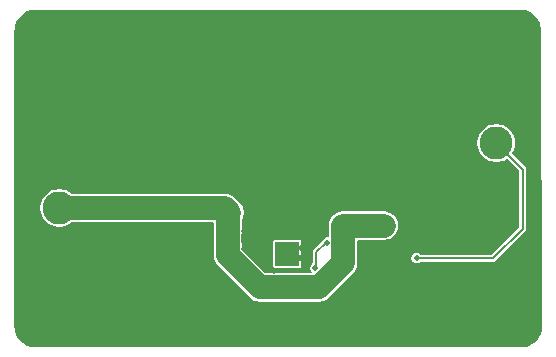
<source format=gbr>
%TF.GenerationSoftware,KiCad,Pcbnew,9.0.3*%
%TF.CreationDate,2025-10-03T16:36:05+02:00*%
%TF.ProjectId,board,626f6172-642e-46b6-9963-61645f706362,rev?*%
%TF.SameCoordinates,Original*%
%TF.FileFunction,Copper,L2,Bot*%
%TF.FilePolarity,Positive*%
%FSLAX46Y46*%
G04 Gerber Fmt 4.6, Leading zero omitted, Abs format (unit mm)*
G04 Created by KiCad (PCBNEW 9.0.3) date 2025-10-03 16:36:05*
%MOMM*%
%LPD*%
G01*
G04 APERTURE LIST*
G04 Aperture macros list*
%AMRoundRect*
0 Rectangle with rounded corners*
0 $1 Rounding radius*
0 $2 $3 $4 $5 $6 $7 $8 $9 X,Y pos of 4 corners*
0 Add a 4 corners polygon primitive as box body*
4,1,4,$2,$3,$4,$5,$6,$7,$8,$9,$2,$3,0*
0 Add four circle primitives for the rounded corners*
1,1,$1+$1,$2,$3*
1,1,$1+$1,$4,$5*
1,1,$1+$1,$6,$7*
1,1,$1+$1,$8,$9*
0 Add four rect primitives between the rounded corners*
20,1,$1+$1,$2,$3,$4,$5,0*
20,1,$1+$1,$4,$5,$6,$7,0*
20,1,$1+$1,$6,$7,$8,$9,0*
20,1,$1+$1,$8,$9,$2,$3,0*%
G04 Aperture macros list end*
%TA.AperFunction,SMDPad,CuDef*%
%ADD10R,2.000000X2.000000*%
%TD*%
%TA.AperFunction,ComponentPad*%
%ADD11RoundRect,0.250001X1.149999X-1.149999X1.149999X1.149999X-1.149999X1.149999X-1.149999X-1.149999X0*%
%TD*%
%TA.AperFunction,ComponentPad*%
%ADD12C,2.800000*%
%TD*%
%TA.AperFunction,ComponentPad*%
%ADD13RoundRect,0.250001X-1.149999X1.149999X-1.149999X-1.149999X1.149999X-1.149999X1.149999X1.149999X0*%
%TD*%
%TA.AperFunction,ViaPad*%
%ADD14C,0.500000*%
%TD*%
%TA.AperFunction,Conductor*%
%ADD15C,2.000000*%
%TD*%
%TA.AperFunction,Conductor*%
%ADD16C,1.000000*%
%TD*%
%TA.AperFunction,Conductor*%
%ADD17C,0.200000*%
%TD*%
G04 APERTURE END LIST*
D10*
%TO.P,TPM1,1,1*%
%TO.N,/8A_DCDC/Mode*%
X163300000Y-110900000D03*
%TD*%
D11*
%TO.P,J1,1,Pin_1*%
%TO.N,GND*%
X181000000Y-106500000D03*
D12*
%TO.P,J1,2,Pin_2*%
%TO.N,/8A_DCDC/5V*%
X181000000Y-101500000D03*
%TD*%
D13*
%TO.P,J2,1,Pin_1*%
%TO.N,GND*%
X144000000Y-102000000D03*
D12*
%TO.P,J2,2,Pin_2*%
%TO.N,/8A_DCDC/In*%
X144000000Y-107000000D03*
%TD*%
D14*
%TO.N,/8A_DCDC/Mode*%
X163073742Y-110871488D03*
%TO.N,/8A_DCDC/In*%
X153250000Y-107000000D03*
X159654160Y-111695840D03*
X147250000Y-107000000D03*
X152250000Y-107000000D03*
X149250000Y-107000000D03*
X168000000Y-108500000D03*
X157250000Y-107000000D03*
X150250000Y-107000000D03*
X158400000Y-107400000D03*
X148250000Y-107000000D03*
X155250000Y-107000000D03*
X169900000Y-108500000D03*
X171500000Y-108500000D03*
X154250000Y-107000000D03*
X151250000Y-107000000D03*
X146250000Y-107000000D03*
X170750000Y-108500000D03*
X156250000Y-107000000D03*
X169000000Y-108500000D03*
%TO.N,GND*%
X181000000Y-116000000D03*
X167900000Y-105450000D03*
X156650000Y-103950000D03*
X141000000Y-91000000D03*
X159000000Y-91000000D03*
X147000000Y-112000000D03*
X147000000Y-118000000D03*
X141000000Y-114000000D03*
X177000000Y-91000000D03*
X153000000Y-102750000D03*
X151000000Y-91000000D03*
X161000000Y-108250000D03*
X178000000Y-99000000D03*
X165000000Y-91000000D03*
X172750000Y-112000000D03*
X149000000Y-118000000D03*
X159650000Y-109700000D03*
X141000000Y-103000000D03*
X175000000Y-103850000D03*
X181000000Y-91000000D03*
X175000000Y-91000000D03*
X153000000Y-112000000D03*
X160650000Y-103950000D03*
X143000000Y-112000000D03*
X150000000Y-102750000D03*
X183000000Y-112000000D03*
X163400000Y-104700000D03*
X171000000Y-91000000D03*
X163400000Y-105700000D03*
X167900000Y-106200000D03*
X176000000Y-103850000D03*
X170000000Y-105553000D03*
X164150000Y-107950000D03*
X151000000Y-102750000D03*
X154000000Y-102750000D03*
X163000000Y-118000000D03*
X145000000Y-112000000D03*
X163400000Y-107200000D03*
X177000000Y-103850000D03*
X164900000Y-108700000D03*
X141000000Y-101000000D03*
X180000000Y-99000000D03*
X157000000Y-118000000D03*
X141000000Y-110000000D03*
X163000000Y-91000000D03*
X169000000Y-91000000D03*
X184000000Y-92000000D03*
X164150000Y-108700000D03*
X160400000Y-109700000D03*
X151000000Y-112000000D03*
X159650000Y-103950000D03*
X177250000Y-110250000D03*
X157000000Y-112000000D03*
X161000000Y-118000000D03*
X175000000Y-105550000D03*
X161400000Y-104450000D03*
X164500000Y-110350000D03*
X141000000Y-93000000D03*
X167650000Y-104200000D03*
X166900000Y-105450000D03*
X162000000Y-100000000D03*
X165000000Y-118000000D03*
X164150000Y-106450000D03*
X183000000Y-118000000D03*
X148000000Y-102750000D03*
X155000000Y-118000000D03*
X173750000Y-105553000D03*
X171000000Y-118000000D03*
X164900000Y-106450000D03*
X143000000Y-116000000D03*
X178000000Y-103850000D03*
X166900000Y-104700000D03*
X160400000Y-110450000D03*
X164350000Y-111250000D03*
X145000000Y-118000000D03*
X184000000Y-98000000D03*
X164900000Y-107950000D03*
X177000000Y-106000000D03*
X157000000Y-102750000D03*
X183000000Y-116000000D03*
X141000000Y-118000000D03*
X173000000Y-110000000D03*
X141000000Y-97000000D03*
X145000000Y-91000000D03*
X141000000Y-99000000D03*
X162000000Y-99000000D03*
X182000000Y-93000000D03*
X141000000Y-112000000D03*
X157000000Y-91000000D03*
X184000000Y-106000000D03*
X160150000Y-101000000D03*
X161400000Y-103700000D03*
X156000000Y-102750000D03*
X159650000Y-110450000D03*
X164900000Y-107200000D03*
X172000000Y-99000000D03*
X184000000Y-96000000D03*
X176000000Y-99000000D03*
X175000000Y-118000000D03*
X175000000Y-110000000D03*
X143000000Y-91000000D03*
X174000000Y-110000000D03*
X164900000Y-104700000D03*
X173000000Y-118000000D03*
X167000000Y-118000000D03*
X183000000Y-91000000D03*
X177000000Y-118000000D03*
X159000000Y-118000000D03*
X169650000Y-110950000D03*
X171000000Y-103850000D03*
X177000000Y-108000000D03*
X151000000Y-118000000D03*
X162000000Y-98000000D03*
X162079643Y-96079643D03*
X155000000Y-91000000D03*
X163400000Y-108700000D03*
X177000000Y-107000000D03*
X170000000Y-97000000D03*
X162150000Y-112350000D03*
X181000000Y-118000000D03*
X158000000Y-102750000D03*
X161000000Y-91000000D03*
X141000000Y-116000000D03*
X169000000Y-118000000D03*
X153000000Y-118000000D03*
X184000000Y-94000000D03*
X183000000Y-110000000D03*
X164150000Y-105700000D03*
X155650000Y-103950000D03*
X170000000Y-99000000D03*
X162000000Y-101000000D03*
X179000000Y-91000000D03*
X173000000Y-103850000D03*
X173000000Y-91000000D03*
X155000000Y-102750000D03*
X163400000Y-107950000D03*
X147000000Y-91000000D03*
X163400000Y-106450000D03*
X143000000Y-118000000D03*
X141000000Y-95000000D03*
X179000000Y-118000000D03*
X184000000Y-108000000D03*
X164150000Y-107200000D03*
X153000000Y-91000000D03*
X164900000Y-105700000D03*
X158650000Y-103950000D03*
X164000000Y-95572000D03*
X157650000Y-103950000D03*
X167000000Y-91000000D03*
X155000000Y-112000000D03*
X174000000Y-103850000D03*
X149000000Y-112000000D03*
X168000000Y-95572000D03*
X171250000Y-105553000D03*
X183000000Y-114000000D03*
X149000000Y-102750000D03*
X149000000Y-91000000D03*
X174000000Y-99000000D03*
X164150000Y-104700000D03*
X172500000Y-105553000D03*
X172000000Y-103850000D03*
X159650000Y-108950000D03*
X152000000Y-102750000D03*
X160400000Y-108950000D03*
X166000000Y-95572000D03*
%TO.N,/8A_DCDC/5V*%
X165686946Y-112077000D03*
X166650000Y-109950000D03*
X174250000Y-111250000D03*
%TD*%
D15*
%TO.N,/8A_DCDC/In*%
X148250000Y-107000000D02*
X149250000Y-107000000D01*
X146250000Y-107000000D02*
X147250000Y-107000000D01*
D16*
X159654160Y-111695840D02*
X158400000Y-110441680D01*
D15*
X168000000Y-108500000D02*
X171500000Y-108500000D01*
X152250000Y-107000000D02*
X153250000Y-107000000D01*
X156250000Y-107000000D02*
X157250000Y-107000000D01*
X158400000Y-107400000D02*
X158272000Y-107528000D01*
X165984733Y-113728000D02*
X168028000Y-111684733D01*
X158000000Y-107000000D02*
X158400000Y-107400000D01*
X144000000Y-107000000D02*
X146250000Y-107000000D01*
X168028000Y-111684733D02*
X168028000Y-108822000D01*
X154250000Y-107000000D02*
X155250000Y-107000000D01*
X157250000Y-107000000D02*
X158000000Y-107000000D01*
X150250000Y-107000000D02*
X151250000Y-107000000D01*
X158272000Y-107528000D02*
X158272000Y-111020787D01*
X168028000Y-108822000D02*
X168350000Y-108500000D01*
D16*
X158400000Y-110441680D02*
X158400000Y-107400000D01*
D15*
X153250000Y-107000000D02*
X154250000Y-107000000D01*
X155250000Y-107000000D02*
X156250000Y-107000000D01*
X158272000Y-111020787D02*
X160979213Y-113728000D01*
X160979213Y-113728000D02*
X165984733Y-113728000D01*
X147250000Y-107000000D02*
X148250000Y-107000000D01*
X151250000Y-107000000D02*
X152250000Y-107000000D01*
X149250000Y-107000000D02*
X150250000Y-107000000D01*
%TO.N,GND*%
X160400000Y-109450000D02*
X160400000Y-109700000D01*
X164150000Y-107200000D02*
X162650000Y-107200000D01*
X162650000Y-107200000D02*
X160400000Y-109450000D01*
D17*
%TO.N,/8A_DCDC/5V*%
X165750000Y-112013946D02*
X165750000Y-110750000D01*
X183250000Y-108750000D02*
X183250000Y-103750000D01*
X165686946Y-112077000D02*
X165750000Y-112013946D01*
X165750000Y-110750000D02*
X166550000Y-109950000D01*
X166550000Y-109950000D02*
X166650000Y-109950000D01*
X180750000Y-111250000D02*
X183250000Y-108750000D01*
X183250000Y-103750000D02*
X181000000Y-101500000D01*
X174250000Y-111250000D02*
X180750000Y-111250000D01*
%TD*%
%TA.AperFunction,Conductor*%
%TO.N,GND*%
G36*
X183003234Y-90200712D02*
G01*
X183228412Y-90215470D01*
X183241237Y-90217159D01*
X183459386Y-90260551D01*
X183471886Y-90263900D01*
X183682500Y-90335395D01*
X183694463Y-90340351D01*
X183893926Y-90438715D01*
X183905142Y-90445190D01*
X184090072Y-90568757D01*
X184100345Y-90576640D01*
X184267560Y-90723282D01*
X184276717Y-90732439D01*
X184423359Y-90899654D01*
X184431242Y-90909927D01*
X184554809Y-91094857D01*
X184561284Y-91106073D01*
X184659648Y-91305536D01*
X184664604Y-91317499D01*
X184736097Y-91528108D01*
X184739449Y-91540617D01*
X184782839Y-91758755D01*
X184784529Y-91771594D01*
X184799288Y-91996770D01*
X184799499Y-92002887D01*
X184799500Y-92003163D01*
X184799500Y-92039882D01*
X184799634Y-92040206D01*
X184799670Y-92050118D01*
X184799668Y-92050122D01*
X184799670Y-92050136D01*
X184885273Y-116996584D01*
X184885062Y-117003398D01*
X184870317Y-117228392D01*
X184868627Y-117241232D01*
X184825237Y-117459373D01*
X184821885Y-117471881D01*
X184750395Y-117682486D01*
X184745439Y-117694450D01*
X184647075Y-117893913D01*
X184640601Y-117905128D01*
X184517033Y-118090063D01*
X184509149Y-118100337D01*
X184362507Y-118267550D01*
X184353350Y-118276707D01*
X184186137Y-118423349D01*
X184175863Y-118431233D01*
X183990928Y-118554801D01*
X183979713Y-118561275D01*
X183780250Y-118659639D01*
X183768286Y-118664595D01*
X183557681Y-118736085D01*
X183545172Y-118739437D01*
X183327030Y-118782827D01*
X183314191Y-118784517D01*
X183089022Y-118799274D01*
X183082548Y-118799486D01*
X183045904Y-118799486D01*
X142003239Y-118799498D01*
X141996765Y-118799286D01*
X141771595Y-118784529D01*
X141758755Y-118782839D01*
X141540617Y-118739449D01*
X141528108Y-118736097D01*
X141317499Y-118664604D01*
X141305536Y-118659648D01*
X141106073Y-118561284D01*
X141094857Y-118554809D01*
X140909927Y-118431242D01*
X140899654Y-118423359D01*
X140732439Y-118276717D01*
X140723282Y-118267560D01*
X140576640Y-118100345D01*
X140568757Y-118090072D01*
X140445190Y-117905142D01*
X140438715Y-117893926D01*
X140340351Y-117694463D01*
X140335395Y-117682500D01*
X140263902Y-117471891D01*
X140260550Y-117459382D01*
X140217158Y-117241232D01*
X140215470Y-117228405D01*
X140215469Y-117228392D01*
X140200712Y-117003234D01*
X140200500Y-116996759D01*
X140200500Y-106874034D01*
X142399500Y-106874034D01*
X142399500Y-107125965D01*
X142438908Y-107374780D01*
X142516759Y-107614379D01*
X142550761Y-107681113D01*
X142631130Y-107838845D01*
X142779207Y-108042656D01*
X142957344Y-108220793D01*
X143161155Y-108368870D01*
X143385621Y-108483241D01*
X143625215Y-108561090D01*
X143625216Y-108561090D01*
X143625219Y-108561091D01*
X143874035Y-108600500D01*
X143874038Y-108600500D01*
X144125965Y-108600500D01*
X144374780Y-108561091D01*
X144374781Y-108561090D01*
X144374785Y-108561090D01*
X144614379Y-108483241D01*
X144838845Y-108368870D01*
X145042656Y-108220793D01*
X145042657Y-108220791D01*
X145044563Y-108219407D01*
X145102754Y-108200500D01*
X146155519Y-108200500D01*
X147155519Y-108200500D01*
X148155519Y-108200500D01*
X149155519Y-108200500D01*
X150155519Y-108200500D01*
X151155519Y-108200500D01*
X152155519Y-108200500D01*
X153155519Y-108200500D01*
X154155519Y-108200500D01*
X155155519Y-108200500D01*
X156155519Y-108200500D01*
X156972500Y-108200500D01*
X157030691Y-108219407D01*
X157066655Y-108268907D01*
X157071500Y-108299500D01*
X157071500Y-111115271D01*
X157101058Y-111301900D01*
X157159453Y-111481619D01*
X157238946Y-111637635D01*
X157245240Y-111649986D01*
X157356310Y-111802861D01*
X160197139Y-114643690D01*
X160350014Y-114754760D01*
X160518381Y-114840547D01*
X160698095Y-114898940D01*
X160698096Y-114898940D01*
X160698099Y-114898941D01*
X160884729Y-114928500D01*
X160884732Y-114928500D01*
X166079217Y-114928500D01*
X166265846Y-114898941D01*
X166265847Y-114898940D01*
X166265851Y-114898940D01*
X166445565Y-114840547D01*
X166613932Y-114754760D01*
X166766807Y-114643690D01*
X168943690Y-112466806D01*
X169054760Y-112313932D01*
X169140547Y-112145565D01*
X169198940Y-111965851D01*
X169198941Y-111965846D01*
X169228500Y-111779217D01*
X169228500Y-111190691D01*
X173799500Y-111190691D01*
X173799500Y-111309309D01*
X173826574Y-111410351D01*
X173830202Y-111423890D01*
X173889507Y-111526608D01*
X173889509Y-111526610D01*
X173889511Y-111526613D01*
X173973387Y-111610489D01*
X173973389Y-111610490D01*
X173973391Y-111610492D01*
X174076110Y-111669797D01*
X174076111Y-111669797D01*
X174076114Y-111669799D01*
X174190691Y-111700500D01*
X174190693Y-111700500D01*
X174309307Y-111700500D01*
X174309309Y-111700500D01*
X174423886Y-111669799D01*
X174423888Y-111669797D01*
X174423890Y-111669797D01*
X174526608Y-111610492D01*
X174526608Y-111610491D01*
X174526613Y-111610489D01*
X174557607Y-111579495D01*
X174612124Y-111551719D01*
X174627610Y-111550500D01*
X180789563Y-111550500D01*
X180789563Y-111550499D01*
X180865989Y-111530021D01*
X180934511Y-111490460D01*
X180990460Y-111434511D01*
X183490460Y-108934511D01*
X183498954Y-108919799D01*
X183530021Y-108865989D01*
X183550500Y-108789562D01*
X183550500Y-103710438D01*
X183530022Y-103634012D01*
X183530020Y-103634009D01*
X183530020Y-103634007D01*
X183490463Y-103565493D01*
X183490462Y-103565492D01*
X183490461Y-103565491D01*
X183490460Y-103565489D01*
X182384140Y-102459169D01*
X182356363Y-102404652D01*
X182365934Y-102344220D01*
X182368118Y-102340319D01*
X182368866Y-102338849D01*
X182368870Y-102338845D01*
X182483241Y-102114379D01*
X182561090Y-101874785D01*
X182600500Y-101625962D01*
X182600500Y-101374038D01*
X182600500Y-101374034D01*
X182561091Y-101125219D01*
X182561090Y-101125215D01*
X182483241Y-100885621D01*
X182368870Y-100661155D01*
X182220793Y-100457344D01*
X182042656Y-100279207D01*
X181838845Y-100131130D01*
X181838844Y-100131129D01*
X181838842Y-100131128D01*
X181614379Y-100016759D01*
X181374780Y-99938908D01*
X181125965Y-99899500D01*
X181125962Y-99899500D01*
X180874038Y-99899500D01*
X180874035Y-99899500D01*
X180625219Y-99938908D01*
X180385620Y-100016759D01*
X180161157Y-100131128D01*
X179957345Y-100279206D01*
X179779206Y-100457345D01*
X179631128Y-100661157D01*
X179516759Y-100885620D01*
X179438908Y-101125219D01*
X179399500Y-101374034D01*
X179399500Y-101625965D01*
X179438908Y-101874780D01*
X179438910Y-101874785D01*
X179516759Y-102114379D01*
X179631130Y-102338845D01*
X179779207Y-102542656D01*
X179957344Y-102720793D01*
X180161155Y-102868870D01*
X180385621Y-102983241D01*
X180625215Y-103061090D01*
X180625216Y-103061090D01*
X180625219Y-103061091D01*
X180874035Y-103100500D01*
X180874038Y-103100500D01*
X181125965Y-103100500D01*
X181374780Y-103061091D01*
X181374781Y-103061090D01*
X181374785Y-103061090D01*
X181614379Y-102983241D01*
X181838845Y-102868870D01*
X181838845Y-102868869D01*
X181842311Y-102867104D01*
X181842973Y-102868405D01*
X181896926Y-102855449D01*
X181953456Y-102878860D01*
X181959169Y-102884140D01*
X182920504Y-103845475D01*
X182948281Y-103899992D01*
X182949500Y-103915479D01*
X182949500Y-108584521D01*
X182930593Y-108642712D01*
X182920504Y-108654525D01*
X180654525Y-110920504D01*
X180600008Y-110948281D01*
X180584521Y-110949500D01*
X174627610Y-110949500D01*
X174569419Y-110930593D01*
X174557607Y-110920505D01*
X174552579Y-110915477D01*
X174526613Y-110889511D01*
X174526610Y-110889509D01*
X174526609Y-110889508D01*
X174526608Y-110889507D01*
X174423889Y-110830202D01*
X174423890Y-110830202D01*
X174410351Y-110826574D01*
X174309309Y-110799500D01*
X174190691Y-110799500D01*
X174120567Y-110818289D01*
X174076109Y-110830202D01*
X173973391Y-110889507D01*
X173889507Y-110973391D01*
X173830202Y-111076109D01*
X173830201Y-111076114D01*
X173799500Y-111190691D01*
X169228500Y-111190691D01*
X169228500Y-109799500D01*
X169247407Y-109741309D01*
X169296907Y-109705345D01*
X169327500Y-109700500D01*
X171594484Y-109700500D01*
X171781113Y-109670941D01*
X171781114Y-109670940D01*
X171781118Y-109670940D01*
X171960832Y-109612547D01*
X172129199Y-109526760D01*
X172282073Y-109415690D01*
X172415690Y-109282073D01*
X172526760Y-109129199D01*
X172612547Y-108960832D01*
X172670940Y-108781118D01*
X172700500Y-108594481D01*
X172700500Y-108405519D01*
X172700500Y-108405515D01*
X172670941Y-108218886D01*
X172613680Y-108042656D01*
X172612547Y-108039168D01*
X172526760Y-107870801D01*
X172415690Y-107717927D01*
X172282073Y-107584310D01*
X172129199Y-107473240D01*
X172129198Y-107473239D01*
X172129196Y-107473238D01*
X171960832Y-107387453D01*
X171781113Y-107329058D01*
X171594484Y-107299500D01*
X171594481Y-107299500D01*
X167905519Y-107299500D01*
X167905516Y-107299500D01*
X167718886Y-107329058D01*
X167539167Y-107387453D01*
X167370803Y-107473238D01*
X167217928Y-107584309D01*
X167084309Y-107717928D01*
X166973238Y-107870803D01*
X166887453Y-108039167D01*
X166829058Y-108218886D01*
X166799500Y-108405515D01*
X166799500Y-108594484D01*
X166826281Y-108763571D01*
X166827500Y-108779058D01*
X166827500Y-109402172D01*
X166808593Y-109460363D01*
X166759093Y-109496327D01*
X166715580Y-109500325D01*
X166709313Y-109499500D01*
X166709309Y-109499500D01*
X166590691Y-109499500D01*
X166520567Y-109518289D01*
X166476109Y-109530202D01*
X166373391Y-109589507D01*
X166289507Y-109673391D01*
X166230202Y-109776110D01*
X166230199Y-109776116D01*
X166211915Y-109844354D01*
X166186293Y-109888733D01*
X165565489Y-110509539D01*
X165509539Y-110565489D01*
X165469980Y-110634007D01*
X165469978Y-110634011D01*
X165449500Y-110710435D01*
X165449500Y-111637635D01*
X165430593Y-111695826D01*
X165414916Y-111711917D01*
X165414921Y-111711922D01*
X165414612Y-111712230D01*
X165410768Y-111716177D01*
X165410329Y-111716513D01*
X165326457Y-111800386D01*
X165326453Y-111800391D01*
X165267148Y-111903109D01*
X165267147Y-111903114D01*
X165236446Y-112017691D01*
X165236446Y-112136309D01*
X165263520Y-112237351D01*
X165267148Y-112250890D01*
X165326453Y-112353608D01*
X165326455Y-112353610D01*
X165326457Y-112353613D01*
X165331342Y-112358498D01*
X165359118Y-112413013D01*
X165349547Y-112473445D01*
X165306282Y-112516710D01*
X165261337Y-112527500D01*
X161517485Y-112527500D01*
X161459294Y-112508593D01*
X161447481Y-112498504D01*
X159501496Y-110552519D01*
X159473719Y-110498002D01*
X159472500Y-110482515D01*
X159472500Y-109880253D01*
X162099500Y-109880253D01*
X162099500Y-111919746D01*
X162099501Y-111919758D01*
X162111132Y-111978227D01*
X162111134Y-111978233D01*
X162137500Y-112017692D01*
X162155448Y-112044552D01*
X162221769Y-112088867D01*
X162266231Y-112097711D01*
X162280241Y-112100498D01*
X162280246Y-112100498D01*
X162280252Y-112100500D01*
X162280253Y-112100500D01*
X164319747Y-112100500D01*
X164319748Y-112100500D01*
X164378231Y-112088867D01*
X164444552Y-112044552D01*
X164488867Y-111978231D01*
X164500500Y-111919748D01*
X164500500Y-109880252D01*
X164488867Y-109821769D01*
X164444552Y-109755448D01*
X164423392Y-109741309D01*
X164378233Y-109711134D01*
X164378231Y-109711133D01*
X164378228Y-109711132D01*
X164378227Y-109711132D01*
X164319758Y-109699501D01*
X164319748Y-109699500D01*
X162280252Y-109699500D01*
X162280251Y-109699500D01*
X162280241Y-109699501D01*
X162221772Y-109711132D01*
X162221766Y-109711134D01*
X162155451Y-109755445D01*
X162155445Y-109755451D01*
X162111134Y-109821766D01*
X162111132Y-109821772D01*
X162099501Y-109880241D01*
X162099500Y-109880253D01*
X159472500Y-109880253D01*
X159472500Y-107963194D01*
X159483290Y-107918251D01*
X159512547Y-107860832D01*
X159570940Y-107681118D01*
X159581510Y-107614379D01*
X159600499Y-107494486D01*
X159600499Y-107305518D01*
X159596634Y-107281120D01*
X159596634Y-107281116D01*
X159570941Y-107118886D01*
X159570940Y-107118882D01*
X159512547Y-106939168D01*
X159426760Y-106770801D01*
X159315690Y-106617926D01*
X158782074Y-106084310D01*
X158629199Y-105973240D01*
X158629198Y-105973239D01*
X158629196Y-105973238D01*
X158460832Y-105887453D01*
X158281113Y-105829058D01*
X158094484Y-105799500D01*
X158094481Y-105799500D01*
X157344481Y-105799500D01*
X156344481Y-105799500D01*
X155344481Y-105799500D01*
X154344481Y-105799500D01*
X153344481Y-105799500D01*
X152344481Y-105799500D01*
X151344481Y-105799500D01*
X150344481Y-105799500D01*
X149344481Y-105799500D01*
X148344481Y-105799500D01*
X147344481Y-105799500D01*
X146344481Y-105799500D01*
X145102754Y-105799500D01*
X145044563Y-105780593D01*
X145042657Y-105779208D01*
X145042656Y-105779207D01*
X144838845Y-105631130D01*
X144838844Y-105631129D01*
X144838842Y-105631128D01*
X144614379Y-105516759D01*
X144374780Y-105438908D01*
X144125965Y-105399500D01*
X144125962Y-105399500D01*
X143874038Y-105399500D01*
X143874035Y-105399500D01*
X143625219Y-105438908D01*
X143385620Y-105516759D01*
X143161157Y-105631128D01*
X142957345Y-105779206D01*
X142779206Y-105957345D01*
X142631128Y-106161157D01*
X142516759Y-106385620D01*
X142438908Y-106625219D01*
X142399500Y-106874034D01*
X140200500Y-106874034D01*
X140200500Y-92003240D01*
X140200712Y-91996765D01*
X140209224Y-91866894D01*
X140215471Y-91771585D01*
X140217158Y-91758764D01*
X140260552Y-91540609D01*
X140263899Y-91528117D01*
X140335397Y-91317493D01*
X140340348Y-91305543D01*
X140438717Y-91106067D01*
X140445186Y-91094862D01*
X140568760Y-90909922D01*
X140576635Y-90899659D01*
X140723291Y-90732429D01*
X140732429Y-90723291D01*
X140899659Y-90576635D01*
X140909922Y-90568760D01*
X141094862Y-90445186D01*
X141106067Y-90438717D01*
X141305543Y-90340348D01*
X141317493Y-90335397D01*
X141528117Y-90263899D01*
X141540609Y-90260552D01*
X141758764Y-90217158D01*
X141771585Y-90215471D01*
X141996766Y-90200712D01*
X142003241Y-90200500D01*
X142039882Y-90200500D01*
X182960118Y-90200500D01*
X182996759Y-90200500D01*
X183003234Y-90200712D01*
G37*
%TD.AperFunction*%
%TD*%
M02*

</source>
